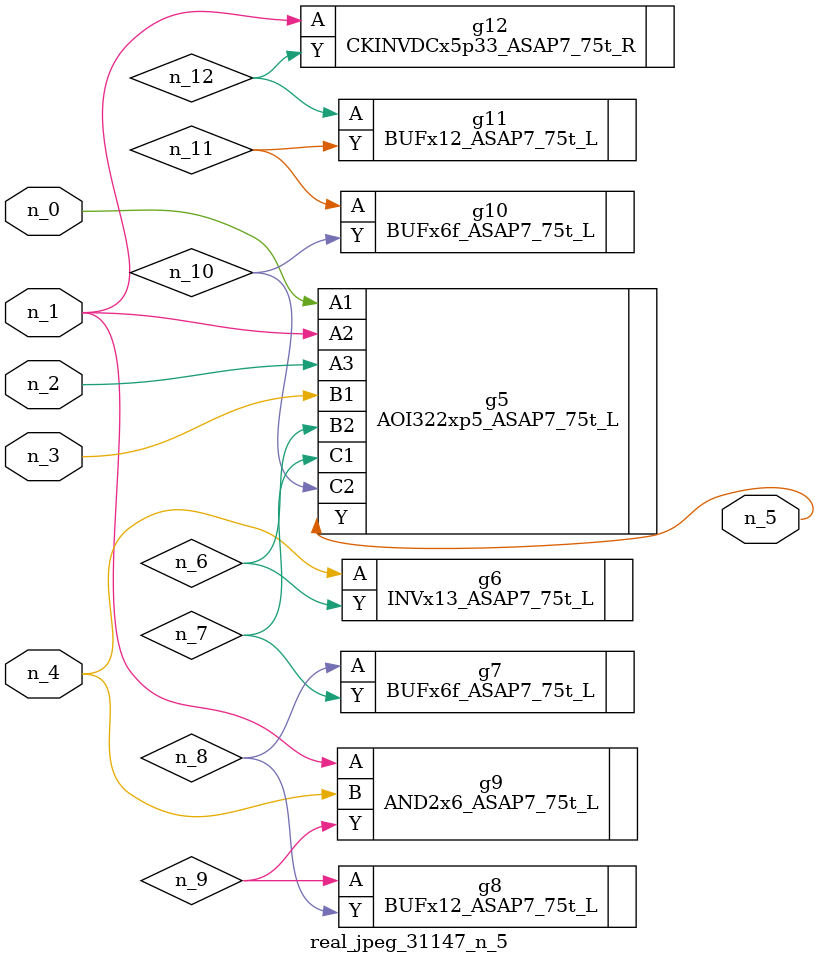
<source format=v>
module real_jpeg_31147_n_5 (n_4, n_0, n_1, n_2, n_3, n_5);

input n_4;
input n_0;
input n_1;
input n_2;
input n_3;

output n_5;

wire n_12;
wire n_8;
wire n_11;
wire n_6;
wire n_7;
wire n_10;
wire n_9;

AOI322xp5_ASAP7_75t_L g5 ( 
.A1(n_0),
.A2(n_1),
.A3(n_2),
.B1(n_3),
.B2(n_6),
.C1(n_7),
.C2(n_10),
.Y(n_5)
);

AND2x6_ASAP7_75t_L g9 ( 
.A(n_1),
.B(n_4),
.Y(n_9)
);

CKINVDCx5p33_ASAP7_75t_R g12 ( 
.A(n_1),
.Y(n_12)
);

INVx13_ASAP7_75t_L g6 ( 
.A(n_4),
.Y(n_6)
);

BUFx6f_ASAP7_75t_L g7 ( 
.A(n_8),
.Y(n_7)
);

BUFx12_ASAP7_75t_L g8 ( 
.A(n_9),
.Y(n_8)
);

BUFx6f_ASAP7_75t_L g10 ( 
.A(n_11),
.Y(n_10)
);

BUFx12_ASAP7_75t_L g11 ( 
.A(n_12),
.Y(n_11)
);


endmodule
</source>
